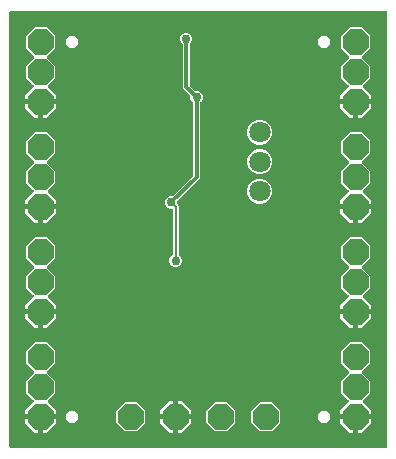
<source format=gbl>
G04 EAGLE Gerber X2 export*
%TF.Part,Single*%
%TF.FileFunction,Copper,L2,Bot,Mixed*%
%TF.FilePolarity,Positive*%
%TF.GenerationSoftware,Autodesk,EAGLE,8.7.0*%
%TF.CreationDate,2018-03-20T01:19:31Z*%
G75*
%MOMM*%
%FSLAX34Y34*%
%LPD*%
%AMOC8*
5,1,8,0,0,1.08239X$1,22.5*%
G01*
%ADD10P,2.336880X8X112.500000*%
%ADD11P,2.336880X8X292.500000*%
%ADD12P,2.336880X8X22.500000*%
%ADD13C,1.800000*%
%ADD14C,0.756400*%
%ADD15C,0.203200*%
%ADD16C,0.304800*%

G36*
X317558Y-1007D02*
X317558Y-1007D01*
X317616Y-1009D01*
X317698Y-987D01*
X317782Y-975D01*
X317835Y-952D01*
X317891Y-937D01*
X317964Y-894D01*
X318041Y-859D01*
X318086Y-821D01*
X318136Y-792D01*
X318194Y-730D01*
X318258Y-676D01*
X318290Y-627D01*
X318330Y-584D01*
X318369Y-509D01*
X318416Y-439D01*
X318433Y-383D01*
X318460Y-331D01*
X318471Y-263D01*
X318501Y-168D01*
X318504Y-68D01*
X318515Y0D01*
X318515Y368300D01*
X318507Y368358D01*
X318509Y368416D01*
X318487Y368498D01*
X318475Y368582D01*
X318452Y368635D01*
X318437Y368691D01*
X318394Y368764D01*
X318359Y368841D01*
X318321Y368886D01*
X318292Y368936D01*
X318230Y368994D01*
X318176Y369058D01*
X318127Y369090D01*
X318084Y369130D01*
X318009Y369169D01*
X317939Y369216D01*
X317883Y369233D01*
X317831Y369260D01*
X317763Y369271D01*
X317668Y369301D01*
X317568Y369304D01*
X317500Y369315D01*
X0Y369315D01*
X-58Y369307D01*
X-116Y369309D01*
X-198Y369287D01*
X-282Y369275D01*
X-335Y369252D01*
X-391Y369237D01*
X-464Y369194D01*
X-541Y369159D01*
X-586Y369121D01*
X-636Y369092D01*
X-694Y369030D01*
X-758Y368976D01*
X-790Y368927D01*
X-830Y368884D01*
X-869Y368809D01*
X-916Y368739D01*
X-933Y368683D01*
X-960Y368631D01*
X-971Y368563D01*
X-1001Y368468D01*
X-1004Y368368D01*
X-1015Y368300D01*
X-1015Y0D01*
X-1007Y-58D01*
X-1009Y-116D01*
X-987Y-198D01*
X-975Y-282D01*
X-952Y-335D01*
X-937Y-391D01*
X-894Y-464D01*
X-859Y-541D01*
X-821Y-586D01*
X-792Y-636D01*
X-730Y-694D01*
X-676Y-758D01*
X-627Y-790D01*
X-584Y-830D01*
X-509Y-869D01*
X-439Y-916D01*
X-383Y-933D01*
X-331Y-960D01*
X-263Y-971D01*
X-168Y-1001D01*
X-68Y-1004D01*
X0Y-1015D01*
X317500Y-1015D01*
X317558Y-1007D01*
G37*
%LPC*%
G36*
X138644Y152173D02*
X138644Y152173D01*
X136694Y152981D01*
X135201Y154474D01*
X134393Y156424D01*
X134393Y158536D01*
X135201Y160486D01*
X136763Y162048D01*
X136777Y162056D01*
X136778Y162058D01*
X136780Y162058D01*
X136878Y162163D01*
X136973Y162263D01*
X136973Y162265D01*
X136974Y162266D01*
X137039Y162391D01*
X137103Y162516D01*
X137103Y162517D01*
X137104Y162519D01*
X137106Y162534D01*
X137158Y162795D01*
X137155Y162825D01*
X137159Y162850D01*
X137159Y200688D01*
X137151Y200746D01*
X137153Y200804D01*
X137131Y200886D01*
X137119Y200970D01*
X137096Y201023D01*
X137081Y201079D01*
X137038Y201152D01*
X137003Y201229D01*
X136965Y201274D01*
X136936Y201324D01*
X136874Y201382D01*
X136820Y201446D01*
X136771Y201478D01*
X136728Y201518D01*
X136653Y201557D01*
X136583Y201604D01*
X136527Y201621D01*
X136475Y201648D01*
X136407Y201659D01*
X136312Y201689D01*
X136212Y201692D01*
X136144Y201703D01*
X134834Y201703D01*
X132884Y202511D01*
X131391Y204004D01*
X130583Y205954D01*
X130583Y208066D01*
X131391Y210016D01*
X132884Y211509D01*
X134834Y212317D01*
X136465Y212317D01*
X136551Y212329D01*
X136639Y212332D01*
X136691Y212349D01*
X136746Y212357D01*
X136826Y212392D01*
X136909Y212419D01*
X136948Y212447D01*
X137006Y212473D01*
X137119Y212569D01*
X137183Y212614D01*
X154134Y229565D01*
X154186Y229635D01*
X154246Y229699D01*
X154272Y229749D01*
X154305Y229793D01*
X154336Y229874D01*
X154376Y229952D01*
X154384Y230000D01*
X154406Y230058D01*
X154418Y230206D01*
X154431Y230283D01*
X154431Y291033D01*
X154419Y291120D01*
X154416Y291207D01*
X154399Y291260D01*
X154391Y291315D01*
X154356Y291395D01*
X154329Y291478D01*
X154301Y291517D01*
X154275Y291574D01*
X154179Y291687D01*
X154134Y291751D01*
X152981Y292904D01*
X152173Y294854D01*
X152173Y296485D01*
X152166Y296538D01*
X152167Y296569D01*
X152160Y296593D01*
X152158Y296659D01*
X152141Y296711D01*
X152133Y296766D01*
X152098Y296846D01*
X152071Y296929D01*
X152043Y296968D01*
X152017Y297026D01*
X151921Y297139D01*
X151876Y297203D01*
X145541Y303537D01*
X145541Y340563D01*
X145529Y340650D01*
X145526Y340737D01*
X145509Y340790D01*
X145501Y340845D01*
X145466Y340925D01*
X145439Y341008D01*
X145411Y341047D01*
X145385Y341104D01*
X145289Y341218D01*
X145244Y341281D01*
X144091Y342434D01*
X143283Y344384D01*
X143283Y346496D01*
X144091Y348446D01*
X145584Y349939D01*
X147534Y350747D01*
X149646Y350747D01*
X151596Y349939D01*
X153089Y348446D01*
X153897Y346496D01*
X153897Y344384D01*
X153089Y342434D01*
X151936Y341281D01*
X151884Y341211D01*
X151824Y341148D01*
X151798Y341098D01*
X151765Y341054D01*
X151734Y340972D01*
X151694Y340894D01*
X151686Y340847D01*
X151664Y340788D01*
X151652Y340641D01*
X151639Y340563D01*
X151639Y306483D01*
X151651Y306397D01*
X151654Y306309D01*
X151671Y306257D01*
X151679Y306202D01*
X151714Y306122D01*
X151741Y306039D01*
X151769Y306000D01*
X151795Y305942D01*
X151891Y305829D01*
X151936Y305765D01*
X156187Y301514D01*
X156257Y301462D01*
X156321Y301402D01*
X156371Y301376D01*
X156415Y301343D01*
X156496Y301312D01*
X156574Y301272D01*
X156622Y301264D01*
X156680Y301242D01*
X156828Y301230D01*
X156905Y301217D01*
X158536Y301217D01*
X160486Y300409D01*
X161979Y298916D01*
X162787Y296966D01*
X162787Y294854D01*
X161979Y292904D01*
X160826Y291751D01*
X160774Y291681D01*
X160714Y291618D01*
X160688Y291568D01*
X160655Y291524D01*
X160624Y291442D01*
X160584Y291364D01*
X160576Y291317D01*
X160554Y291258D01*
X160542Y291111D01*
X160529Y291033D01*
X160529Y227337D01*
X141494Y208303D01*
X141442Y208233D01*
X141382Y208169D01*
X141356Y208119D01*
X141323Y208075D01*
X141292Y207994D01*
X141252Y207916D01*
X141244Y207868D01*
X141222Y207810D01*
X141210Y207662D01*
X141197Y207585D01*
X141197Y205857D01*
X141193Y205842D01*
X141193Y205840D01*
X141192Y205837D01*
X141197Y205698D01*
X141201Y205558D01*
X141201Y205556D01*
X141201Y205553D01*
X141244Y205420D01*
X141287Y205287D01*
X141288Y205285D01*
X141289Y205283D01*
X141301Y205265D01*
X141445Y205051D01*
X141469Y205030D01*
X141484Y205009D01*
X142241Y204252D01*
X142241Y162850D01*
X142241Y162848D01*
X142241Y162847D01*
X142261Y162706D01*
X142281Y162568D01*
X142281Y162567D01*
X142281Y162565D01*
X142340Y162436D01*
X142397Y162309D01*
X142398Y162308D01*
X142399Y162306D01*
X142489Y162200D01*
X142580Y162092D01*
X142582Y162091D01*
X142583Y162090D01*
X142595Y162082D01*
X142618Y162067D01*
X144199Y160486D01*
X145007Y158536D01*
X145007Y156424D01*
X144199Y154474D01*
X142706Y152981D01*
X140756Y152173D01*
X138644Y152173D01*
G37*
%LPD*%
%LPC*%
G36*
X25399Y114299D02*
X25399Y114299D01*
X25399Y115316D01*
X25391Y115374D01*
X25392Y115432D01*
X25371Y115514D01*
X25359Y115597D01*
X25335Y115651D01*
X25321Y115707D01*
X25278Y115780D01*
X25243Y115857D01*
X25205Y115902D01*
X25175Y115952D01*
X25114Y116010D01*
X25059Y116074D01*
X25011Y116106D01*
X24968Y116146D01*
X24893Y116185D01*
X24823Y116231D01*
X24767Y116249D01*
X24715Y116276D01*
X24647Y116287D01*
X24552Y116317D01*
X24452Y116320D01*
X24384Y116331D01*
X12064Y116331D01*
X12064Y119824D01*
X19241Y127001D01*
X19276Y127047D01*
X19319Y127088D01*
X19361Y127160D01*
X19412Y127228D01*
X19433Y127282D01*
X19462Y127333D01*
X19483Y127414D01*
X19513Y127493D01*
X19518Y127552D01*
X19532Y127608D01*
X19530Y127693D01*
X19537Y127777D01*
X19525Y127834D01*
X19523Y127892D01*
X19497Y127973D01*
X19481Y128055D01*
X19454Y128107D01*
X19436Y128163D01*
X19396Y128219D01*
X19350Y128308D01*
X19281Y128380D01*
X19241Y128436D01*
X13080Y134597D01*
X13080Y144803D01*
X19959Y151682D01*
X19995Y151729D01*
X20037Y151769D01*
X20080Y151842D01*
X20130Y151909D01*
X20151Y151964D01*
X20181Y152014D01*
X20201Y152096D01*
X20232Y152175D01*
X20236Y152233D01*
X20251Y152290D01*
X20248Y152374D01*
X20255Y152458D01*
X20244Y152516D01*
X20242Y152574D01*
X20216Y152654D01*
X20199Y152737D01*
X20172Y152789D01*
X20154Y152845D01*
X20114Y152901D01*
X20068Y152989D01*
X19999Y153062D01*
X19959Y153118D01*
X13080Y159997D01*
X13080Y170203D01*
X20297Y177420D01*
X30503Y177420D01*
X37720Y170203D01*
X37720Y159997D01*
X30841Y153118D01*
X30806Y153071D01*
X30763Y153031D01*
X30720Y152958D01*
X30670Y152891D01*
X30649Y152836D01*
X30619Y152786D01*
X30599Y152704D01*
X30568Y152625D01*
X30564Y152567D01*
X30549Y152510D01*
X30552Y152426D01*
X30545Y152342D01*
X30556Y152284D01*
X30558Y152226D01*
X30584Y152146D01*
X30601Y152063D01*
X30628Y152011D01*
X30646Y151955D01*
X30686Y151899D01*
X30732Y151811D01*
X30801Y151738D01*
X30841Y151682D01*
X37720Y144803D01*
X37720Y134597D01*
X31559Y128436D01*
X31524Y128390D01*
X31481Y128349D01*
X31439Y128277D01*
X31388Y128209D01*
X31367Y128154D01*
X31338Y128104D01*
X31317Y128022D01*
X31287Y127943D01*
X31282Y127885D01*
X31268Y127829D01*
X31270Y127744D01*
X31263Y127660D01*
X31275Y127603D01*
X31277Y127544D01*
X31303Y127464D01*
X31319Y127381D01*
X31346Y127330D01*
X31364Y127274D01*
X31404Y127218D01*
X31450Y127129D01*
X31519Y127057D01*
X31559Y127001D01*
X38736Y119824D01*
X38736Y116331D01*
X26416Y116331D01*
X26358Y116323D01*
X26300Y116325D01*
X26218Y116303D01*
X26135Y116291D01*
X26081Y116267D01*
X26025Y116253D01*
X25952Y116210D01*
X25875Y116175D01*
X25831Y116137D01*
X25780Y116107D01*
X25723Y116046D01*
X25658Y115991D01*
X25626Y115943D01*
X25586Y115900D01*
X25547Y115825D01*
X25501Y115755D01*
X25483Y115699D01*
X25456Y115647D01*
X25445Y115579D01*
X25415Y115484D01*
X25412Y115384D01*
X25401Y115316D01*
X25401Y114299D01*
X25399Y114299D01*
G37*
%LPD*%
%LPC*%
G36*
X292099Y114299D02*
X292099Y114299D01*
X292099Y115316D01*
X292091Y115374D01*
X292092Y115432D01*
X292071Y115514D01*
X292059Y115597D01*
X292035Y115651D01*
X292021Y115707D01*
X291978Y115780D01*
X291943Y115857D01*
X291905Y115902D01*
X291875Y115952D01*
X291814Y116010D01*
X291759Y116074D01*
X291711Y116106D01*
X291668Y116146D01*
X291593Y116185D01*
X291523Y116231D01*
X291467Y116249D01*
X291415Y116276D01*
X291347Y116287D01*
X291252Y116317D01*
X291152Y116320D01*
X291084Y116331D01*
X278764Y116331D01*
X278764Y119824D01*
X285941Y127001D01*
X285976Y127047D01*
X286019Y127088D01*
X286061Y127160D01*
X286112Y127228D01*
X286133Y127282D01*
X286162Y127333D01*
X286183Y127414D01*
X286213Y127493D01*
X286218Y127552D01*
X286232Y127608D01*
X286230Y127693D01*
X286237Y127777D01*
X286225Y127834D01*
X286223Y127892D01*
X286197Y127973D01*
X286181Y128055D01*
X286154Y128107D01*
X286136Y128163D01*
X286096Y128219D01*
X286050Y128308D01*
X285981Y128380D01*
X285941Y128436D01*
X279780Y134597D01*
X279780Y144803D01*
X286659Y151682D01*
X286695Y151729D01*
X286737Y151769D01*
X286780Y151842D01*
X286830Y151909D01*
X286851Y151964D01*
X286881Y152014D01*
X286901Y152096D01*
X286932Y152175D01*
X286936Y152233D01*
X286951Y152290D01*
X286948Y152374D01*
X286955Y152458D01*
X286944Y152516D01*
X286942Y152574D01*
X286916Y152654D01*
X286899Y152737D01*
X286872Y152789D01*
X286854Y152845D01*
X286814Y152901D01*
X286768Y152989D01*
X286699Y153062D01*
X286659Y153118D01*
X279780Y159997D01*
X279780Y170203D01*
X286997Y177420D01*
X297203Y177420D01*
X304420Y170203D01*
X304420Y159997D01*
X297541Y153118D01*
X297506Y153071D01*
X297463Y153031D01*
X297420Y152958D01*
X297370Y152891D01*
X297349Y152836D01*
X297319Y152786D01*
X297299Y152704D01*
X297268Y152625D01*
X297264Y152567D01*
X297249Y152510D01*
X297252Y152426D01*
X297245Y152342D01*
X297256Y152284D01*
X297258Y152226D01*
X297284Y152146D01*
X297301Y152063D01*
X297328Y152011D01*
X297346Y151955D01*
X297386Y151899D01*
X297432Y151811D01*
X297501Y151738D01*
X297541Y151682D01*
X304420Y144803D01*
X304420Y134597D01*
X298259Y128436D01*
X298224Y128390D01*
X298181Y128349D01*
X298139Y128277D01*
X298088Y128209D01*
X298067Y128154D01*
X298038Y128104D01*
X298017Y128022D01*
X297987Y127943D01*
X297982Y127885D01*
X297968Y127829D01*
X297970Y127744D01*
X297963Y127660D01*
X297975Y127603D01*
X297977Y127544D01*
X298003Y127464D01*
X298019Y127381D01*
X298046Y127330D01*
X298064Y127274D01*
X298104Y127218D01*
X298150Y127129D01*
X298219Y127057D01*
X298259Y127001D01*
X305436Y119824D01*
X305436Y116331D01*
X293116Y116331D01*
X293058Y116323D01*
X293000Y116325D01*
X292918Y116303D01*
X292835Y116291D01*
X292781Y116267D01*
X292725Y116253D01*
X292652Y116210D01*
X292575Y116175D01*
X292531Y116137D01*
X292480Y116107D01*
X292423Y116046D01*
X292358Y115991D01*
X292326Y115943D01*
X292286Y115900D01*
X292247Y115825D01*
X292201Y115755D01*
X292183Y115699D01*
X292156Y115647D01*
X292145Y115579D01*
X292115Y115484D01*
X292112Y115384D01*
X292101Y115316D01*
X292101Y114299D01*
X292099Y114299D01*
G37*
%LPD*%
%LPC*%
G36*
X292099Y203199D02*
X292099Y203199D01*
X292099Y204216D01*
X292091Y204274D01*
X292092Y204332D01*
X292071Y204414D01*
X292059Y204497D01*
X292035Y204551D01*
X292021Y204607D01*
X291978Y204680D01*
X291943Y204757D01*
X291905Y204802D01*
X291875Y204852D01*
X291814Y204910D01*
X291759Y204974D01*
X291711Y205006D01*
X291668Y205046D01*
X291593Y205085D01*
X291523Y205131D01*
X291467Y205149D01*
X291415Y205176D01*
X291347Y205187D01*
X291252Y205217D01*
X291152Y205220D01*
X291084Y205231D01*
X278764Y205231D01*
X278764Y208724D01*
X285941Y215901D01*
X285976Y215947D01*
X286019Y215988D01*
X286061Y216060D01*
X286112Y216128D01*
X286133Y216182D01*
X286162Y216233D01*
X286183Y216314D01*
X286213Y216393D01*
X286218Y216452D01*
X286232Y216508D01*
X286230Y216593D01*
X286237Y216677D01*
X286225Y216734D01*
X286223Y216792D01*
X286197Y216873D01*
X286181Y216955D01*
X286154Y217007D01*
X286136Y217063D01*
X286096Y217119D01*
X286050Y217208D01*
X285981Y217280D01*
X285941Y217336D01*
X279780Y223497D01*
X279780Y233703D01*
X286659Y240582D01*
X286695Y240629D01*
X286737Y240669D01*
X286780Y240742D01*
X286830Y240809D01*
X286851Y240864D01*
X286881Y240914D01*
X286901Y240996D01*
X286932Y241075D01*
X286936Y241133D01*
X286951Y241190D01*
X286948Y241274D01*
X286955Y241358D01*
X286944Y241416D01*
X286942Y241474D01*
X286916Y241554D01*
X286899Y241637D01*
X286872Y241689D01*
X286854Y241745D01*
X286814Y241801D01*
X286768Y241889D01*
X286699Y241962D01*
X286659Y242018D01*
X279780Y248897D01*
X279780Y259103D01*
X286997Y266320D01*
X297203Y266320D01*
X304420Y259103D01*
X304420Y248897D01*
X297541Y242018D01*
X297506Y241971D01*
X297463Y241931D01*
X297420Y241858D01*
X297370Y241791D01*
X297349Y241736D01*
X297319Y241686D01*
X297299Y241604D01*
X297268Y241525D01*
X297264Y241467D01*
X297249Y241410D01*
X297252Y241326D01*
X297245Y241242D01*
X297256Y241184D01*
X297258Y241126D01*
X297284Y241046D01*
X297301Y240963D01*
X297328Y240911D01*
X297346Y240855D01*
X297386Y240799D01*
X297432Y240711D01*
X297501Y240638D01*
X297541Y240582D01*
X304420Y233703D01*
X304420Y223497D01*
X298259Y217336D01*
X298224Y217290D01*
X298181Y217249D01*
X298139Y217177D01*
X298088Y217109D01*
X298067Y217054D01*
X298038Y217004D01*
X298017Y216922D01*
X297987Y216843D01*
X297982Y216785D01*
X297968Y216729D01*
X297970Y216644D01*
X297963Y216560D01*
X297975Y216503D01*
X297977Y216444D01*
X298003Y216364D01*
X298019Y216281D01*
X298046Y216230D01*
X298064Y216174D01*
X298104Y216118D01*
X298150Y216029D01*
X298219Y215957D01*
X298259Y215901D01*
X305436Y208724D01*
X305436Y205231D01*
X293116Y205231D01*
X293058Y205223D01*
X293000Y205225D01*
X292918Y205203D01*
X292835Y205191D01*
X292781Y205167D01*
X292725Y205153D01*
X292652Y205110D01*
X292575Y205075D01*
X292531Y205037D01*
X292480Y205007D01*
X292423Y204946D01*
X292358Y204891D01*
X292326Y204843D01*
X292286Y204800D01*
X292247Y204725D01*
X292201Y204655D01*
X292183Y204599D01*
X292156Y204547D01*
X292145Y204479D01*
X292115Y204384D01*
X292112Y204284D01*
X292101Y204216D01*
X292101Y203199D01*
X292099Y203199D01*
G37*
%LPD*%
%LPC*%
G36*
X25399Y203199D02*
X25399Y203199D01*
X25399Y204216D01*
X25391Y204274D01*
X25392Y204332D01*
X25371Y204414D01*
X25359Y204497D01*
X25335Y204551D01*
X25321Y204607D01*
X25278Y204680D01*
X25243Y204757D01*
X25205Y204802D01*
X25175Y204852D01*
X25114Y204910D01*
X25059Y204974D01*
X25011Y205006D01*
X24968Y205046D01*
X24893Y205085D01*
X24823Y205131D01*
X24767Y205149D01*
X24715Y205176D01*
X24647Y205187D01*
X24552Y205217D01*
X24452Y205220D01*
X24384Y205231D01*
X12064Y205231D01*
X12064Y208724D01*
X19241Y215901D01*
X19276Y215947D01*
X19319Y215988D01*
X19361Y216060D01*
X19412Y216128D01*
X19433Y216182D01*
X19462Y216233D01*
X19483Y216314D01*
X19513Y216393D01*
X19518Y216452D01*
X19532Y216508D01*
X19530Y216593D01*
X19537Y216677D01*
X19525Y216734D01*
X19523Y216792D01*
X19497Y216873D01*
X19481Y216955D01*
X19454Y217007D01*
X19436Y217063D01*
X19396Y217119D01*
X19350Y217208D01*
X19281Y217280D01*
X19241Y217336D01*
X13080Y223497D01*
X13080Y233703D01*
X19959Y240582D01*
X19995Y240629D01*
X20037Y240669D01*
X20080Y240742D01*
X20130Y240809D01*
X20151Y240864D01*
X20181Y240914D01*
X20201Y240996D01*
X20232Y241075D01*
X20236Y241133D01*
X20251Y241190D01*
X20248Y241274D01*
X20255Y241358D01*
X20244Y241416D01*
X20242Y241474D01*
X20216Y241554D01*
X20199Y241637D01*
X20172Y241689D01*
X20154Y241745D01*
X20114Y241801D01*
X20068Y241889D01*
X19999Y241962D01*
X19959Y242018D01*
X13080Y248897D01*
X13080Y259103D01*
X20297Y266320D01*
X30503Y266320D01*
X37720Y259103D01*
X37720Y248897D01*
X30841Y242018D01*
X30806Y241971D01*
X30763Y241931D01*
X30720Y241858D01*
X30670Y241791D01*
X30649Y241736D01*
X30619Y241686D01*
X30599Y241604D01*
X30568Y241525D01*
X30564Y241467D01*
X30549Y241410D01*
X30552Y241326D01*
X30545Y241242D01*
X30556Y241184D01*
X30558Y241126D01*
X30584Y241046D01*
X30601Y240963D01*
X30628Y240911D01*
X30646Y240855D01*
X30686Y240799D01*
X30732Y240711D01*
X30801Y240638D01*
X30841Y240582D01*
X37720Y233703D01*
X37720Y223497D01*
X31559Y217336D01*
X31524Y217290D01*
X31481Y217249D01*
X31439Y217177D01*
X31388Y217109D01*
X31367Y217054D01*
X31338Y217004D01*
X31317Y216922D01*
X31287Y216843D01*
X31282Y216785D01*
X31268Y216729D01*
X31270Y216644D01*
X31263Y216560D01*
X31275Y216503D01*
X31277Y216444D01*
X31303Y216364D01*
X31319Y216281D01*
X31346Y216230D01*
X31364Y216174D01*
X31404Y216118D01*
X31450Y216029D01*
X31519Y215957D01*
X31559Y215901D01*
X38736Y208724D01*
X38736Y205231D01*
X26416Y205231D01*
X26358Y205223D01*
X26300Y205225D01*
X26218Y205203D01*
X26135Y205191D01*
X26081Y205167D01*
X26025Y205153D01*
X25952Y205110D01*
X25875Y205075D01*
X25831Y205037D01*
X25780Y205007D01*
X25723Y204946D01*
X25658Y204891D01*
X25626Y204843D01*
X25586Y204800D01*
X25547Y204725D01*
X25501Y204655D01*
X25483Y204599D01*
X25456Y204547D01*
X25445Y204479D01*
X25415Y204384D01*
X25412Y204284D01*
X25401Y204216D01*
X25401Y203199D01*
X25399Y203199D01*
G37*
%LPD*%
%LPC*%
G36*
X292099Y292099D02*
X292099Y292099D01*
X292099Y293116D01*
X292091Y293174D01*
X292092Y293232D01*
X292071Y293314D01*
X292059Y293397D01*
X292035Y293451D01*
X292021Y293507D01*
X291978Y293580D01*
X291943Y293657D01*
X291905Y293702D01*
X291875Y293752D01*
X291814Y293810D01*
X291759Y293874D01*
X291711Y293906D01*
X291668Y293946D01*
X291593Y293985D01*
X291523Y294031D01*
X291467Y294049D01*
X291415Y294076D01*
X291347Y294087D01*
X291252Y294117D01*
X291152Y294120D01*
X291084Y294131D01*
X278764Y294131D01*
X278764Y297624D01*
X285941Y304801D01*
X285976Y304847D01*
X286019Y304888D01*
X286061Y304960D01*
X286112Y305028D01*
X286133Y305082D01*
X286162Y305133D01*
X286183Y305214D01*
X286213Y305293D01*
X286218Y305352D01*
X286232Y305408D01*
X286230Y305493D01*
X286237Y305577D01*
X286225Y305634D01*
X286223Y305692D01*
X286197Y305773D01*
X286181Y305855D01*
X286154Y305907D01*
X286136Y305963D01*
X286096Y306019D01*
X286050Y306108D01*
X285981Y306180D01*
X285941Y306236D01*
X279780Y312397D01*
X279780Y322603D01*
X286659Y329482D01*
X286695Y329529D01*
X286737Y329569D01*
X286780Y329642D01*
X286830Y329709D01*
X286851Y329764D01*
X286881Y329814D01*
X286901Y329896D01*
X286932Y329975D01*
X286936Y330033D01*
X286951Y330090D01*
X286948Y330174D01*
X286955Y330258D01*
X286944Y330316D01*
X286942Y330374D01*
X286916Y330454D01*
X286899Y330537D01*
X286872Y330589D01*
X286854Y330645D01*
X286814Y330701D01*
X286768Y330789D01*
X286699Y330862D01*
X286659Y330918D01*
X279780Y337797D01*
X279780Y348003D01*
X286997Y355220D01*
X297203Y355220D01*
X304420Y348003D01*
X304420Y337797D01*
X297541Y330918D01*
X297506Y330871D01*
X297463Y330831D01*
X297420Y330758D01*
X297370Y330691D01*
X297349Y330636D01*
X297319Y330586D01*
X297299Y330504D01*
X297268Y330425D01*
X297264Y330367D01*
X297249Y330310D01*
X297252Y330226D01*
X297245Y330142D01*
X297256Y330084D01*
X297258Y330026D01*
X297284Y329946D01*
X297301Y329863D01*
X297328Y329811D01*
X297346Y329755D01*
X297386Y329699D01*
X297432Y329611D01*
X297501Y329538D01*
X297541Y329482D01*
X304420Y322603D01*
X304420Y312397D01*
X298259Y306236D01*
X298224Y306190D01*
X298181Y306149D01*
X298139Y306077D01*
X298088Y306009D01*
X298067Y305954D01*
X298038Y305904D01*
X298017Y305822D01*
X297987Y305743D01*
X297982Y305685D01*
X297968Y305629D01*
X297970Y305544D01*
X297963Y305460D01*
X297975Y305403D01*
X297977Y305344D01*
X298003Y305264D01*
X298019Y305181D01*
X298046Y305130D01*
X298064Y305074D01*
X298104Y305018D01*
X298150Y304929D01*
X298219Y304857D01*
X298259Y304801D01*
X305436Y297624D01*
X305436Y294131D01*
X293116Y294131D01*
X293058Y294123D01*
X293000Y294125D01*
X292918Y294103D01*
X292835Y294091D01*
X292781Y294067D01*
X292725Y294053D01*
X292652Y294010D01*
X292575Y293975D01*
X292531Y293937D01*
X292480Y293907D01*
X292423Y293846D01*
X292358Y293791D01*
X292326Y293743D01*
X292286Y293700D01*
X292247Y293625D01*
X292201Y293555D01*
X292183Y293499D01*
X292156Y293447D01*
X292145Y293379D01*
X292115Y293284D01*
X292112Y293184D01*
X292101Y293116D01*
X292101Y292099D01*
X292099Y292099D01*
G37*
%LPD*%
%LPC*%
G36*
X25399Y292099D02*
X25399Y292099D01*
X25399Y293116D01*
X25391Y293174D01*
X25392Y293232D01*
X25371Y293314D01*
X25359Y293397D01*
X25335Y293451D01*
X25321Y293507D01*
X25278Y293580D01*
X25243Y293657D01*
X25205Y293702D01*
X25175Y293752D01*
X25114Y293810D01*
X25059Y293874D01*
X25011Y293906D01*
X24968Y293946D01*
X24893Y293985D01*
X24823Y294031D01*
X24767Y294049D01*
X24715Y294076D01*
X24647Y294087D01*
X24552Y294117D01*
X24452Y294120D01*
X24384Y294131D01*
X12064Y294131D01*
X12064Y297624D01*
X19241Y304801D01*
X19276Y304847D01*
X19319Y304888D01*
X19361Y304960D01*
X19412Y305028D01*
X19433Y305082D01*
X19462Y305133D01*
X19483Y305214D01*
X19513Y305293D01*
X19518Y305352D01*
X19532Y305408D01*
X19530Y305493D01*
X19537Y305577D01*
X19525Y305634D01*
X19523Y305692D01*
X19497Y305773D01*
X19481Y305855D01*
X19454Y305907D01*
X19436Y305963D01*
X19396Y306019D01*
X19350Y306108D01*
X19281Y306180D01*
X19241Y306236D01*
X13080Y312397D01*
X13080Y322603D01*
X19959Y329482D01*
X19995Y329529D01*
X20037Y329569D01*
X20080Y329642D01*
X20130Y329709D01*
X20151Y329764D01*
X20181Y329814D01*
X20201Y329896D01*
X20232Y329975D01*
X20236Y330033D01*
X20251Y330090D01*
X20248Y330174D01*
X20255Y330258D01*
X20244Y330316D01*
X20242Y330374D01*
X20216Y330454D01*
X20199Y330537D01*
X20172Y330589D01*
X20154Y330645D01*
X20114Y330701D01*
X20068Y330789D01*
X19999Y330862D01*
X19959Y330918D01*
X13080Y337797D01*
X13080Y348003D01*
X20297Y355220D01*
X30503Y355220D01*
X37720Y348003D01*
X37720Y337797D01*
X30841Y330918D01*
X30806Y330871D01*
X30763Y330831D01*
X30720Y330758D01*
X30670Y330691D01*
X30649Y330636D01*
X30619Y330586D01*
X30599Y330504D01*
X30568Y330425D01*
X30564Y330367D01*
X30549Y330310D01*
X30552Y330226D01*
X30545Y330142D01*
X30556Y330084D01*
X30558Y330026D01*
X30584Y329946D01*
X30601Y329863D01*
X30628Y329811D01*
X30646Y329755D01*
X30686Y329699D01*
X30732Y329611D01*
X30801Y329538D01*
X30841Y329482D01*
X37720Y322603D01*
X37720Y312397D01*
X31559Y306236D01*
X31524Y306190D01*
X31481Y306149D01*
X31439Y306077D01*
X31388Y306009D01*
X31367Y305954D01*
X31338Y305904D01*
X31317Y305822D01*
X31287Y305743D01*
X31282Y305685D01*
X31268Y305629D01*
X31270Y305544D01*
X31263Y305460D01*
X31275Y305403D01*
X31277Y305344D01*
X31303Y305264D01*
X31319Y305181D01*
X31346Y305130D01*
X31364Y305074D01*
X31404Y305018D01*
X31450Y304929D01*
X31519Y304857D01*
X31559Y304801D01*
X38736Y297624D01*
X38736Y294131D01*
X26416Y294131D01*
X26358Y294123D01*
X26300Y294125D01*
X26218Y294103D01*
X26135Y294091D01*
X26081Y294067D01*
X26025Y294053D01*
X25952Y294010D01*
X25875Y293975D01*
X25831Y293937D01*
X25780Y293907D01*
X25723Y293846D01*
X25658Y293791D01*
X25626Y293743D01*
X25586Y293700D01*
X25547Y293625D01*
X25501Y293555D01*
X25483Y293499D01*
X25456Y293447D01*
X25445Y293379D01*
X25415Y293284D01*
X25412Y293184D01*
X25401Y293116D01*
X25401Y292099D01*
X25399Y292099D01*
G37*
%LPD*%
%LPC*%
G36*
X292099Y25399D02*
X292099Y25399D01*
X292099Y26416D01*
X292091Y26471D01*
X292092Y26513D01*
X292092Y26515D01*
X292092Y26532D01*
X292071Y26614D01*
X292059Y26697D01*
X292035Y26751D01*
X292021Y26807D01*
X291978Y26880D01*
X291943Y26957D01*
X291905Y27002D01*
X291875Y27052D01*
X291814Y27110D01*
X291759Y27174D01*
X291711Y27206D01*
X291668Y27246D01*
X291593Y27285D01*
X291523Y27331D01*
X291467Y27349D01*
X291415Y27376D01*
X291347Y27387D01*
X291252Y27417D01*
X291152Y27420D01*
X291084Y27431D01*
X278764Y27431D01*
X278764Y30924D01*
X285941Y38101D01*
X285976Y38147D01*
X286019Y38188D01*
X286061Y38260D01*
X286112Y38328D01*
X286133Y38382D01*
X286162Y38433D01*
X286183Y38514D01*
X286213Y38593D01*
X286218Y38652D01*
X286232Y38708D01*
X286230Y38793D01*
X286237Y38877D01*
X286225Y38934D01*
X286223Y38992D01*
X286197Y39073D01*
X286181Y39155D01*
X286154Y39207D01*
X286136Y39263D01*
X286096Y39319D01*
X286050Y39408D01*
X285981Y39480D01*
X285941Y39536D01*
X279780Y45697D01*
X279780Y55903D01*
X286659Y62782D01*
X286695Y62829D01*
X286737Y62869D01*
X286780Y62942D01*
X286830Y63009D01*
X286851Y63064D01*
X286881Y63114D01*
X286901Y63196D01*
X286932Y63275D01*
X286936Y63333D01*
X286951Y63390D01*
X286948Y63474D01*
X286955Y63558D01*
X286944Y63616D01*
X286942Y63674D01*
X286916Y63754D01*
X286899Y63837D01*
X286872Y63889D01*
X286854Y63945D01*
X286814Y64001D01*
X286768Y64089D01*
X286699Y64162D01*
X286659Y64218D01*
X279780Y71097D01*
X279780Y81303D01*
X286997Y88520D01*
X297203Y88520D01*
X304420Y81303D01*
X304420Y71097D01*
X297541Y64218D01*
X297506Y64171D01*
X297463Y64131D01*
X297420Y64058D01*
X297370Y63991D01*
X297349Y63936D01*
X297319Y63886D01*
X297299Y63804D01*
X297268Y63725D01*
X297264Y63667D01*
X297249Y63610D01*
X297252Y63526D01*
X297245Y63442D01*
X297256Y63384D01*
X297258Y63326D01*
X297284Y63246D01*
X297301Y63163D01*
X297328Y63111D01*
X297346Y63055D01*
X297386Y62999D01*
X297432Y62911D01*
X297501Y62838D01*
X297541Y62782D01*
X304420Y55903D01*
X304420Y45697D01*
X298259Y39536D01*
X298224Y39490D01*
X298181Y39449D01*
X298139Y39377D01*
X298088Y39309D01*
X298067Y39254D01*
X298038Y39204D01*
X298017Y39122D01*
X297987Y39043D01*
X297982Y38985D01*
X297968Y38929D01*
X297970Y38844D01*
X297963Y38760D01*
X297975Y38703D01*
X297977Y38644D01*
X298003Y38564D01*
X298019Y38481D01*
X298046Y38430D01*
X298064Y38374D01*
X298104Y38318D01*
X298150Y38229D01*
X298219Y38157D01*
X298259Y38101D01*
X305436Y30924D01*
X305436Y27431D01*
X293116Y27431D01*
X293058Y27423D01*
X293000Y27425D01*
X292918Y27403D01*
X292835Y27391D01*
X292781Y27367D01*
X292725Y27353D01*
X292652Y27310D01*
X292575Y27275D01*
X292531Y27237D01*
X292480Y27207D01*
X292423Y27146D01*
X292358Y27091D01*
X292326Y27043D01*
X292286Y27000D01*
X292247Y26925D01*
X292201Y26855D01*
X292183Y26799D01*
X292156Y26747D01*
X292145Y26679D01*
X292115Y26584D01*
X292112Y26484D01*
X292101Y26416D01*
X292101Y25399D01*
X292099Y25399D01*
G37*
%LPD*%
%LPC*%
G36*
X25399Y25399D02*
X25399Y25399D01*
X25399Y26416D01*
X25391Y26471D01*
X25392Y26513D01*
X25392Y26515D01*
X25392Y26532D01*
X25371Y26614D01*
X25359Y26697D01*
X25335Y26751D01*
X25321Y26807D01*
X25278Y26880D01*
X25243Y26957D01*
X25205Y27002D01*
X25175Y27052D01*
X25114Y27110D01*
X25059Y27174D01*
X25011Y27206D01*
X24968Y27246D01*
X24893Y27285D01*
X24823Y27331D01*
X24767Y27349D01*
X24715Y27376D01*
X24647Y27387D01*
X24552Y27417D01*
X24452Y27420D01*
X24384Y27431D01*
X12064Y27431D01*
X12064Y30924D01*
X19241Y38101D01*
X19276Y38147D01*
X19319Y38188D01*
X19361Y38260D01*
X19412Y38328D01*
X19433Y38382D01*
X19462Y38433D01*
X19483Y38514D01*
X19513Y38593D01*
X19518Y38652D01*
X19532Y38708D01*
X19530Y38793D01*
X19537Y38877D01*
X19525Y38934D01*
X19523Y38992D01*
X19497Y39073D01*
X19481Y39155D01*
X19454Y39207D01*
X19436Y39263D01*
X19396Y39319D01*
X19350Y39408D01*
X19281Y39480D01*
X19241Y39536D01*
X13080Y45697D01*
X13080Y55903D01*
X19959Y62782D01*
X19995Y62829D01*
X20037Y62869D01*
X20080Y62942D01*
X20130Y63009D01*
X20151Y63064D01*
X20181Y63114D01*
X20201Y63196D01*
X20232Y63275D01*
X20236Y63333D01*
X20251Y63390D01*
X20248Y63474D01*
X20255Y63558D01*
X20244Y63616D01*
X20242Y63674D01*
X20216Y63754D01*
X20199Y63837D01*
X20172Y63889D01*
X20154Y63945D01*
X20114Y64001D01*
X20068Y64089D01*
X19999Y64162D01*
X19959Y64218D01*
X13080Y71097D01*
X13080Y81303D01*
X20297Y88520D01*
X30503Y88520D01*
X37720Y81303D01*
X37720Y71097D01*
X30841Y64218D01*
X30806Y64171D01*
X30763Y64131D01*
X30720Y64058D01*
X30670Y63991D01*
X30649Y63936D01*
X30619Y63886D01*
X30599Y63804D01*
X30568Y63725D01*
X30564Y63667D01*
X30549Y63610D01*
X30552Y63526D01*
X30545Y63442D01*
X30556Y63384D01*
X30558Y63326D01*
X30584Y63246D01*
X30601Y63163D01*
X30628Y63111D01*
X30646Y63055D01*
X30686Y62999D01*
X30732Y62911D01*
X30801Y62838D01*
X30841Y62782D01*
X37720Y55903D01*
X37720Y45697D01*
X31559Y39536D01*
X31524Y39490D01*
X31481Y39449D01*
X31439Y39377D01*
X31388Y39309D01*
X31367Y39254D01*
X31338Y39204D01*
X31317Y39122D01*
X31287Y39043D01*
X31282Y38985D01*
X31268Y38929D01*
X31270Y38844D01*
X31263Y38760D01*
X31275Y38703D01*
X31277Y38644D01*
X31303Y38564D01*
X31319Y38481D01*
X31346Y38430D01*
X31364Y38374D01*
X31404Y38318D01*
X31450Y38229D01*
X31519Y38157D01*
X31559Y38101D01*
X38736Y30924D01*
X38736Y27431D01*
X26416Y27431D01*
X26358Y27423D01*
X26300Y27425D01*
X26218Y27403D01*
X26135Y27391D01*
X26081Y27367D01*
X26025Y27353D01*
X25952Y27310D01*
X25875Y27275D01*
X25831Y27237D01*
X25780Y27207D01*
X25723Y27146D01*
X25658Y27091D01*
X25626Y27043D01*
X25586Y27000D01*
X25547Y26925D01*
X25501Y26855D01*
X25483Y26799D01*
X25456Y26747D01*
X25445Y26679D01*
X25415Y26584D01*
X25412Y26484D01*
X25401Y26416D01*
X25401Y25399D01*
X25399Y25399D01*
G37*
%LPD*%
%LPC*%
G36*
X210797Y13080D02*
X210797Y13080D01*
X203580Y20297D01*
X203580Y30503D01*
X210797Y37720D01*
X221003Y37720D01*
X228220Y30503D01*
X228220Y20297D01*
X221003Y13080D01*
X210797Y13080D01*
G37*
%LPD*%
%LPC*%
G36*
X172697Y13080D02*
X172697Y13080D01*
X165480Y20297D01*
X165480Y30503D01*
X172697Y37720D01*
X182903Y37720D01*
X190120Y30503D01*
X190120Y20297D01*
X182903Y13080D01*
X172697Y13080D01*
G37*
%LPD*%
%LPC*%
G36*
X96497Y13080D02*
X96497Y13080D01*
X89280Y20297D01*
X89280Y30503D01*
X96497Y37720D01*
X106703Y37720D01*
X113920Y30503D01*
X113920Y20297D01*
X106703Y13080D01*
X96497Y13080D01*
G37*
%LPD*%
%LPC*%
G36*
X208727Y255775D02*
X208727Y255775D01*
X204858Y257378D01*
X201898Y260338D01*
X200295Y264207D01*
X200295Y268393D01*
X201898Y272262D01*
X204858Y275222D01*
X208727Y276825D01*
X212913Y276825D01*
X216782Y275222D01*
X219742Y272262D01*
X221345Y268393D01*
X221345Y264207D01*
X219742Y260338D01*
X216782Y257378D01*
X212913Y255775D01*
X208727Y255775D01*
G37*
%LPD*%
%LPC*%
G36*
X208727Y230775D02*
X208727Y230775D01*
X204858Y232378D01*
X201898Y235338D01*
X200295Y239207D01*
X200295Y243393D01*
X201898Y247262D01*
X204858Y250222D01*
X208727Y251825D01*
X212913Y251825D01*
X216782Y250222D01*
X219742Y247262D01*
X221345Y243393D01*
X221345Y239207D01*
X219742Y235338D01*
X216782Y232378D01*
X212913Y230775D01*
X208727Y230775D01*
G37*
%LPD*%
%LPC*%
G36*
X208727Y205775D02*
X208727Y205775D01*
X204858Y207378D01*
X201898Y210338D01*
X200295Y214207D01*
X200295Y218393D01*
X201898Y222262D01*
X204858Y225222D01*
X208727Y226825D01*
X212913Y226825D01*
X216782Y225222D01*
X219742Y222262D01*
X221345Y218393D01*
X221345Y214207D01*
X219742Y210338D01*
X216782Y207378D01*
X212913Y205775D01*
X208727Y205775D01*
G37*
%LPD*%
%LPC*%
G36*
X141731Y27431D02*
X141731Y27431D01*
X141731Y38736D01*
X145224Y38736D01*
X153036Y30924D01*
X153036Y27431D01*
X141731Y27431D01*
G37*
%LPD*%
%LPC*%
G36*
X126364Y27431D02*
X126364Y27431D01*
X126364Y30924D01*
X134176Y38736D01*
X137669Y38736D01*
X137669Y27431D01*
X126364Y27431D01*
G37*
%LPD*%
%LPC*%
G36*
X141731Y12064D02*
X141731Y12064D01*
X141731Y23369D01*
X153036Y23369D01*
X153036Y19876D01*
X145224Y12064D01*
X141731Y12064D01*
G37*
%LPD*%
%LPC*%
G36*
X27431Y100964D02*
X27431Y100964D01*
X27431Y112269D01*
X38736Y112269D01*
X38736Y108776D01*
X30924Y100964D01*
X27431Y100964D01*
G37*
%LPD*%
%LPC*%
G36*
X294131Y100964D02*
X294131Y100964D01*
X294131Y112269D01*
X305436Y112269D01*
X305436Y108776D01*
X297624Y100964D01*
X294131Y100964D01*
G37*
%LPD*%
%LPC*%
G36*
X27431Y278764D02*
X27431Y278764D01*
X27431Y290069D01*
X38736Y290069D01*
X38736Y286576D01*
X30924Y278764D01*
X27431Y278764D01*
G37*
%LPD*%
%LPC*%
G36*
X294131Y278764D02*
X294131Y278764D01*
X294131Y290069D01*
X305436Y290069D01*
X305436Y286576D01*
X297624Y278764D01*
X294131Y278764D01*
G37*
%LPD*%
%LPC*%
G36*
X294131Y189864D02*
X294131Y189864D01*
X294131Y201169D01*
X305436Y201169D01*
X305436Y197676D01*
X297624Y189864D01*
X294131Y189864D01*
G37*
%LPD*%
%LPC*%
G36*
X27431Y189864D02*
X27431Y189864D01*
X27431Y201169D01*
X38736Y201169D01*
X38736Y197676D01*
X30924Y189864D01*
X27431Y189864D01*
G37*
%LPD*%
%LPC*%
G36*
X294131Y12064D02*
X294131Y12064D01*
X294131Y23369D01*
X305436Y23369D01*
X305436Y19876D01*
X297624Y12064D01*
X294131Y12064D01*
G37*
%LPD*%
%LPC*%
G36*
X27431Y12064D02*
X27431Y12064D01*
X27431Y23369D01*
X38736Y23369D01*
X38736Y19876D01*
X30924Y12064D01*
X27431Y12064D01*
G37*
%LPD*%
%LPC*%
G36*
X286576Y189864D02*
X286576Y189864D01*
X278764Y197676D01*
X278764Y201169D01*
X290069Y201169D01*
X290069Y189864D01*
X286576Y189864D01*
G37*
%LPD*%
%LPC*%
G36*
X286576Y100964D02*
X286576Y100964D01*
X278764Y108776D01*
X278764Y112269D01*
X290069Y112269D01*
X290069Y100964D01*
X286576Y100964D01*
G37*
%LPD*%
%LPC*%
G36*
X19876Y100964D02*
X19876Y100964D01*
X12064Y108776D01*
X12064Y112269D01*
X23369Y112269D01*
X23369Y100964D01*
X19876Y100964D01*
G37*
%LPD*%
%LPC*%
G36*
X286576Y278764D02*
X286576Y278764D01*
X278764Y286576D01*
X278764Y290069D01*
X290069Y290069D01*
X290069Y278764D01*
X286576Y278764D01*
G37*
%LPD*%
%LPC*%
G36*
X286576Y12064D02*
X286576Y12064D01*
X278764Y19876D01*
X278764Y23369D01*
X290069Y23369D01*
X290069Y12064D01*
X286576Y12064D01*
G37*
%LPD*%
%LPC*%
G36*
X19876Y278764D02*
X19876Y278764D01*
X12064Y286576D01*
X12064Y290069D01*
X23369Y290069D01*
X23369Y278764D01*
X19876Y278764D01*
G37*
%LPD*%
%LPC*%
G36*
X19876Y189864D02*
X19876Y189864D01*
X12064Y197676D01*
X12064Y201169D01*
X23369Y201169D01*
X23369Y189864D01*
X19876Y189864D01*
G37*
%LPD*%
%LPC*%
G36*
X19876Y12064D02*
X19876Y12064D01*
X12064Y19876D01*
X12064Y23369D01*
X23369Y23369D01*
X23369Y12064D01*
X19876Y12064D01*
G37*
%LPD*%
%LPC*%
G36*
X134176Y12064D02*
X134176Y12064D01*
X126364Y19876D01*
X126364Y23369D01*
X137669Y23369D01*
X137669Y12064D01*
X134176Y12064D01*
G37*
%LPD*%
%LPC*%
G36*
X49999Y337899D02*
X49999Y337899D01*
X47069Y340829D01*
X47069Y344971D01*
X49999Y347901D01*
X54141Y347901D01*
X57071Y344971D01*
X57071Y340829D01*
X54141Y337899D01*
X49999Y337899D01*
G37*
%LPD*%
%LPC*%
G36*
X263359Y337899D02*
X263359Y337899D01*
X260429Y340829D01*
X260429Y344971D01*
X263359Y347901D01*
X267501Y347901D01*
X270431Y344971D01*
X270431Y340829D01*
X267501Y337899D01*
X263359Y337899D01*
G37*
%LPD*%
%LPC*%
G36*
X263359Y20399D02*
X263359Y20399D01*
X260429Y23329D01*
X260429Y27471D01*
X263359Y30401D01*
X267501Y30401D01*
X270431Y27471D01*
X270431Y23329D01*
X267501Y20399D01*
X263359Y20399D01*
G37*
%LPD*%
%LPC*%
G36*
X49999Y20399D02*
X49999Y20399D01*
X47069Y23329D01*
X47069Y27471D01*
X49999Y30401D01*
X54141Y30401D01*
X57071Y27471D01*
X57071Y23329D01*
X54141Y20399D01*
X49999Y20399D01*
G37*
%LPD*%
%LPC*%
G36*
X139699Y25399D02*
X139699Y25399D01*
X139699Y25401D01*
X139701Y25401D01*
X139701Y25399D01*
X139699Y25399D01*
G37*
%LPD*%
D10*
X25400Y50800D03*
X25400Y139700D03*
X25400Y228600D03*
X25400Y317500D03*
D11*
X292100Y317500D03*
X292100Y228600D03*
X292100Y139700D03*
X292100Y50800D03*
D10*
X25400Y76200D03*
X25400Y165100D03*
X25400Y254000D03*
X25400Y342900D03*
D11*
X292100Y342900D03*
X292100Y254000D03*
X292100Y165100D03*
X292100Y76200D03*
D10*
X25400Y25400D03*
X25400Y114300D03*
X25400Y203200D03*
X25400Y292100D03*
D11*
X292100Y292100D03*
X292100Y203200D03*
X292100Y114300D03*
X292100Y25400D03*
D12*
X101600Y25400D03*
X139700Y25400D03*
X215900Y25400D03*
X177800Y25400D03*
D13*
X210820Y266300D03*
X210820Y241300D03*
X210820Y216300D03*
D14*
X210820Y149860D03*
X74930Y284480D03*
X146050Y207010D03*
X147320Y246380D03*
X227330Y43180D03*
X148590Y345440D03*
X139700Y157480D03*
X135890Y207010D03*
D15*
X139700Y203200D01*
X139700Y157480D01*
D14*
X157480Y295910D03*
D16*
X148590Y304800D02*
X148590Y345440D01*
X148590Y304800D02*
X157480Y295910D01*
X157480Y228600D01*
X135890Y207010D01*
M02*

</source>
